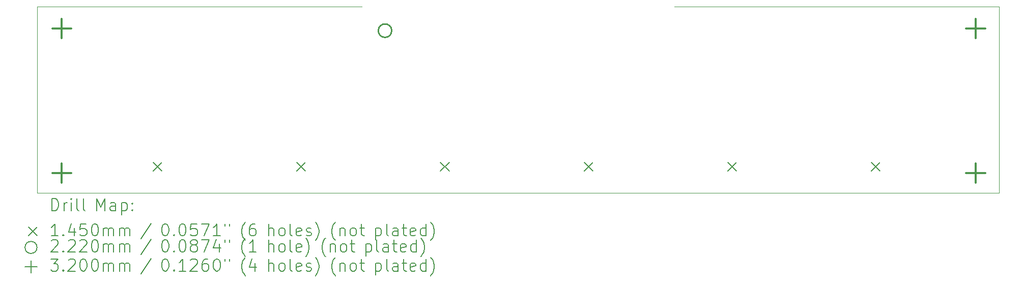
<source format=gbr>
%TF.GenerationSoftware,KiCad,Pcbnew,(7.0.0)*%
%TF.CreationDate,2023-07-13T11:56:27+02:00*%
%TF.ProjectId,RD53B_Quad_6DP_to_ERF8_Data_Adapter,52443533-425f-4517-9561-645f3644505f,V1*%
%TF.SameCoordinates,PX1767f18PY451e560*%
%TF.FileFunction,Drillmap*%
%TF.FilePolarity,Positive*%
%FSLAX45Y45*%
G04 Gerber Fmt 4.5, Leading zero omitted, Abs format (unit mm)*
G04 Created by KiCad (PCBNEW (7.0.0)) date 2023-07-13 11:56:27*
%MOMM*%
%LPD*%
G01*
G04 APERTURE LIST*
%ADD10C,0.010000*%
%ADD11C,0.200000*%
%ADD12C,0.145000*%
%ADD13C,0.222000*%
%ADD14C,0.320000*%
G04 APERTURE END LIST*
D10*
X-200Y3100500D02*
X-200Y500D01*
X15999800Y3100500D02*
X15999800Y500D01*
X10599800Y3100500D02*
X15999800Y3100500D01*
X5399800Y3100500D02*
X-200Y3100500D01*
X-200Y500D02*
X15999800Y500D01*
D11*
D12*
X1931300Y513000D02*
X2076300Y368000D01*
X2076300Y513000D02*
X1931300Y368000D01*
X4320900Y513100D02*
X4465900Y368100D01*
X4465900Y513100D02*
X4320900Y368100D01*
X6710900Y513000D02*
X6855900Y368000D01*
X6855900Y513000D02*
X6710900Y368000D01*
X9100700Y513000D02*
X9245700Y368000D01*
X9245700Y513000D02*
X9100700Y368000D01*
X11490500Y513000D02*
X11635500Y368000D01*
X11635500Y513000D02*
X11490500Y368000D01*
X13880300Y513000D02*
X14025300Y368000D01*
X14025300Y513000D02*
X13880300Y368000D01*
D13*
X5899800Y2700500D02*
G75*
G03*
X5899800Y2700500I-111000J0D01*
G01*
D14*
X411800Y2893500D02*
X411800Y2573500D01*
X251800Y2733500D02*
X571800Y2733500D01*
X411800Y493500D02*
X411800Y173500D01*
X251800Y333500D02*
X571800Y333500D01*
X15611800Y2893500D02*
X15611800Y2573500D01*
X15451800Y2733500D02*
X15771800Y2733500D01*
X15611800Y493500D02*
X15611800Y173500D01*
X15451800Y333500D02*
X15771800Y333500D01*
D11*
X246919Y-293476D02*
X246919Y-93476D01*
X246919Y-93476D02*
X294538Y-93476D01*
X294538Y-93476D02*
X323110Y-103000D01*
X323110Y-103000D02*
X342157Y-122048D01*
X342157Y-122048D02*
X351681Y-141095D01*
X351681Y-141095D02*
X361205Y-179190D01*
X361205Y-179190D02*
X361205Y-207762D01*
X361205Y-207762D02*
X351681Y-245857D01*
X351681Y-245857D02*
X342157Y-264905D01*
X342157Y-264905D02*
X323110Y-283952D01*
X323110Y-283952D02*
X294538Y-293476D01*
X294538Y-293476D02*
X246919Y-293476D01*
X446919Y-293476D02*
X446919Y-160143D01*
X446919Y-198238D02*
X456443Y-179190D01*
X456443Y-179190D02*
X465967Y-169667D01*
X465967Y-169667D02*
X485014Y-160143D01*
X485014Y-160143D02*
X504062Y-160143D01*
X570729Y-293476D02*
X570729Y-160143D01*
X570729Y-93476D02*
X561205Y-103000D01*
X561205Y-103000D02*
X570729Y-112524D01*
X570729Y-112524D02*
X580252Y-103000D01*
X580252Y-103000D02*
X570729Y-93476D01*
X570729Y-93476D02*
X570729Y-112524D01*
X694538Y-293476D02*
X675490Y-283952D01*
X675490Y-283952D02*
X665967Y-264905D01*
X665967Y-264905D02*
X665967Y-93476D01*
X799300Y-293476D02*
X780252Y-283952D01*
X780252Y-283952D02*
X770728Y-264905D01*
X770728Y-264905D02*
X770728Y-93476D01*
X995490Y-293476D02*
X995490Y-93476D01*
X995490Y-93476D02*
X1062157Y-236333D01*
X1062157Y-236333D02*
X1128824Y-93476D01*
X1128824Y-93476D02*
X1128824Y-293476D01*
X1309776Y-293476D02*
X1309776Y-188714D01*
X1309776Y-188714D02*
X1300252Y-169667D01*
X1300252Y-169667D02*
X1281205Y-160143D01*
X1281205Y-160143D02*
X1243109Y-160143D01*
X1243109Y-160143D02*
X1224062Y-169667D01*
X1309776Y-283952D02*
X1290729Y-293476D01*
X1290729Y-293476D02*
X1243109Y-293476D01*
X1243109Y-293476D02*
X1224062Y-283952D01*
X1224062Y-283952D02*
X1214538Y-264905D01*
X1214538Y-264905D02*
X1214538Y-245857D01*
X1214538Y-245857D02*
X1224062Y-226809D01*
X1224062Y-226809D02*
X1243109Y-217286D01*
X1243109Y-217286D02*
X1290729Y-217286D01*
X1290729Y-217286D02*
X1309776Y-207762D01*
X1405014Y-160143D02*
X1405014Y-360143D01*
X1405014Y-169667D02*
X1424062Y-160143D01*
X1424062Y-160143D02*
X1462157Y-160143D01*
X1462157Y-160143D02*
X1481205Y-169667D01*
X1481205Y-169667D02*
X1490728Y-179190D01*
X1490728Y-179190D02*
X1500252Y-198238D01*
X1500252Y-198238D02*
X1500252Y-255381D01*
X1500252Y-255381D02*
X1490728Y-274429D01*
X1490728Y-274429D02*
X1481205Y-283952D01*
X1481205Y-283952D02*
X1462157Y-293476D01*
X1462157Y-293476D02*
X1424062Y-293476D01*
X1424062Y-293476D02*
X1405014Y-283952D01*
X1585967Y-274429D02*
X1595490Y-283952D01*
X1595490Y-283952D02*
X1585967Y-293476D01*
X1585967Y-293476D02*
X1576443Y-283952D01*
X1576443Y-283952D02*
X1585967Y-274429D01*
X1585967Y-274429D02*
X1585967Y-293476D01*
X1585967Y-169667D02*
X1595490Y-179190D01*
X1595490Y-179190D02*
X1585967Y-188714D01*
X1585967Y-188714D02*
X1576443Y-179190D01*
X1576443Y-179190D02*
X1585967Y-169667D01*
X1585967Y-169667D02*
X1585967Y-188714D01*
D12*
X-145700Y-567500D02*
X-700Y-712500D01*
X-700Y-567500D02*
X-145700Y-712500D01*
D11*
X351681Y-713476D02*
X237395Y-713476D01*
X294538Y-713476D02*
X294538Y-513476D01*
X294538Y-513476D02*
X275490Y-542048D01*
X275490Y-542048D02*
X256443Y-561095D01*
X256443Y-561095D02*
X237395Y-570619D01*
X437395Y-694429D02*
X446919Y-703952D01*
X446919Y-703952D02*
X437395Y-713476D01*
X437395Y-713476D02*
X427871Y-703952D01*
X427871Y-703952D02*
X437395Y-694429D01*
X437395Y-694429D02*
X437395Y-713476D01*
X618348Y-580143D02*
X618348Y-713476D01*
X570729Y-503952D02*
X523109Y-646810D01*
X523109Y-646810D02*
X646919Y-646810D01*
X818348Y-513476D02*
X723109Y-513476D01*
X723109Y-513476D02*
X713586Y-608714D01*
X713586Y-608714D02*
X723109Y-599190D01*
X723109Y-599190D02*
X742157Y-589667D01*
X742157Y-589667D02*
X789776Y-589667D01*
X789776Y-589667D02*
X808824Y-599190D01*
X808824Y-599190D02*
X818348Y-608714D01*
X818348Y-608714D02*
X827871Y-627762D01*
X827871Y-627762D02*
X827871Y-675381D01*
X827871Y-675381D02*
X818348Y-694429D01*
X818348Y-694429D02*
X808824Y-703952D01*
X808824Y-703952D02*
X789776Y-713476D01*
X789776Y-713476D02*
X742157Y-713476D01*
X742157Y-713476D02*
X723109Y-703952D01*
X723109Y-703952D02*
X713586Y-694429D01*
X951681Y-513476D02*
X970729Y-513476D01*
X970729Y-513476D02*
X989776Y-523000D01*
X989776Y-523000D02*
X999300Y-532524D01*
X999300Y-532524D02*
X1008824Y-551571D01*
X1008824Y-551571D02*
X1018348Y-589667D01*
X1018348Y-589667D02*
X1018348Y-637286D01*
X1018348Y-637286D02*
X1008824Y-675381D01*
X1008824Y-675381D02*
X999300Y-694429D01*
X999300Y-694429D02*
X989776Y-703952D01*
X989776Y-703952D02*
X970729Y-713476D01*
X970729Y-713476D02*
X951681Y-713476D01*
X951681Y-713476D02*
X932633Y-703952D01*
X932633Y-703952D02*
X923109Y-694429D01*
X923109Y-694429D02*
X913586Y-675381D01*
X913586Y-675381D02*
X904062Y-637286D01*
X904062Y-637286D02*
X904062Y-589667D01*
X904062Y-589667D02*
X913586Y-551571D01*
X913586Y-551571D02*
X923109Y-532524D01*
X923109Y-532524D02*
X932633Y-523000D01*
X932633Y-523000D02*
X951681Y-513476D01*
X1104062Y-713476D02*
X1104062Y-580143D01*
X1104062Y-599190D02*
X1113586Y-589667D01*
X1113586Y-589667D02*
X1132633Y-580143D01*
X1132633Y-580143D02*
X1161205Y-580143D01*
X1161205Y-580143D02*
X1180252Y-589667D01*
X1180252Y-589667D02*
X1189776Y-608714D01*
X1189776Y-608714D02*
X1189776Y-713476D01*
X1189776Y-608714D02*
X1199300Y-589667D01*
X1199300Y-589667D02*
X1218348Y-580143D01*
X1218348Y-580143D02*
X1246919Y-580143D01*
X1246919Y-580143D02*
X1265967Y-589667D01*
X1265967Y-589667D02*
X1275491Y-608714D01*
X1275491Y-608714D02*
X1275491Y-713476D01*
X1370729Y-713476D02*
X1370729Y-580143D01*
X1370729Y-599190D02*
X1380252Y-589667D01*
X1380252Y-589667D02*
X1399300Y-580143D01*
X1399300Y-580143D02*
X1427871Y-580143D01*
X1427871Y-580143D02*
X1446919Y-589667D01*
X1446919Y-589667D02*
X1456443Y-608714D01*
X1456443Y-608714D02*
X1456443Y-713476D01*
X1456443Y-608714D02*
X1465967Y-589667D01*
X1465967Y-589667D02*
X1485014Y-580143D01*
X1485014Y-580143D02*
X1513586Y-580143D01*
X1513586Y-580143D02*
X1532633Y-589667D01*
X1532633Y-589667D02*
X1542157Y-608714D01*
X1542157Y-608714D02*
X1542157Y-713476D01*
X1900252Y-503952D02*
X1728824Y-761095D01*
X2125014Y-513476D02*
X2144062Y-513476D01*
X2144062Y-513476D02*
X2163110Y-523000D01*
X2163110Y-523000D02*
X2172633Y-532524D01*
X2172633Y-532524D02*
X2182157Y-551571D01*
X2182157Y-551571D02*
X2191681Y-589667D01*
X2191681Y-589667D02*
X2191681Y-637286D01*
X2191681Y-637286D02*
X2182157Y-675381D01*
X2182157Y-675381D02*
X2172633Y-694429D01*
X2172633Y-694429D02*
X2163110Y-703952D01*
X2163110Y-703952D02*
X2144062Y-713476D01*
X2144062Y-713476D02*
X2125014Y-713476D01*
X2125014Y-713476D02*
X2105967Y-703952D01*
X2105967Y-703952D02*
X2096443Y-694429D01*
X2096443Y-694429D02*
X2086919Y-675381D01*
X2086919Y-675381D02*
X2077395Y-637286D01*
X2077395Y-637286D02*
X2077395Y-589667D01*
X2077395Y-589667D02*
X2086919Y-551571D01*
X2086919Y-551571D02*
X2096443Y-532524D01*
X2096443Y-532524D02*
X2105967Y-523000D01*
X2105967Y-523000D02*
X2125014Y-513476D01*
X2277395Y-694429D02*
X2286919Y-703952D01*
X2286919Y-703952D02*
X2277395Y-713476D01*
X2277395Y-713476D02*
X2267872Y-703952D01*
X2267872Y-703952D02*
X2277395Y-694429D01*
X2277395Y-694429D02*
X2277395Y-713476D01*
X2410729Y-513476D02*
X2429776Y-513476D01*
X2429776Y-513476D02*
X2448824Y-523000D01*
X2448824Y-523000D02*
X2458348Y-532524D01*
X2458348Y-532524D02*
X2467872Y-551571D01*
X2467872Y-551571D02*
X2477395Y-589667D01*
X2477395Y-589667D02*
X2477395Y-637286D01*
X2477395Y-637286D02*
X2467872Y-675381D01*
X2467872Y-675381D02*
X2458348Y-694429D01*
X2458348Y-694429D02*
X2448824Y-703952D01*
X2448824Y-703952D02*
X2429776Y-713476D01*
X2429776Y-713476D02*
X2410729Y-713476D01*
X2410729Y-713476D02*
X2391681Y-703952D01*
X2391681Y-703952D02*
X2382157Y-694429D01*
X2382157Y-694429D02*
X2372633Y-675381D01*
X2372633Y-675381D02*
X2363110Y-637286D01*
X2363110Y-637286D02*
X2363110Y-589667D01*
X2363110Y-589667D02*
X2372633Y-551571D01*
X2372633Y-551571D02*
X2382157Y-532524D01*
X2382157Y-532524D02*
X2391681Y-523000D01*
X2391681Y-523000D02*
X2410729Y-513476D01*
X2658348Y-513476D02*
X2563110Y-513476D01*
X2563110Y-513476D02*
X2553586Y-608714D01*
X2553586Y-608714D02*
X2563110Y-599190D01*
X2563110Y-599190D02*
X2582157Y-589667D01*
X2582157Y-589667D02*
X2629776Y-589667D01*
X2629776Y-589667D02*
X2648824Y-599190D01*
X2648824Y-599190D02*
X2658348Y-608714D01*
X2658348Y-608714D02*
X2667872Y-627762D01*
X2667872Y-627762D02*
X2667872Y-675381D01*
X2667872Y-675381D02*
X2658348Y-694429D01*
X2658348Y-694429D02*
X2648824Y-703952D01*
X2648824Y-703952D02*
X2629776Y-713476D01*
X2629776Y-713476D02*
X2582157Y-713476D01*
X2582157Y-713476D02*
X2563110Y-703952D01*
X2563110Y-703952D02*
X2553586Y-694429D01*
X2734538Y-513476D02*
X2867871Y-513476D01*
X2867871Y-513476D02*
X2782157Y-713476D01*
X3048824Y-713476D02*
X2934538Y-713476D01*
X2991681Y-713476D02*
X2991681Y-513476D01*
X2991681Y-513476D02*
X2972633Y-542048D01*
X2972633Y-542048D02*
X2953586Y-561095D01*
X2953586Y-561095D02*
X2934538Y-570619D01*
X3125014Y-513476D02*
X3125014Y-551571D01*
X3201205Y-513476D02*
X3201205Y-551571D01*
X3464062Y-789667D02*
X3454538Y-780143D01*
X3454538Y-780143D02*
X3435491Y-751571D01*
X3435491Y-751571D02*
X3425967Y-732524D01*
X3425967Y-732524D02*
X3416443Y-703952D01*
X3416443Y-703952D02*
X3406919Y-656333D01*
X3406919Y-656333D02*
X3406919Y-618238D01*
X3406919Y-618238D02*
X3416443Y-570619D01*
X3416443Y-570619D02*
X3425967Y-542048D01*
X3425967Y-542048D02*
X3435491Y-523000D01*
X3435491Y-523000D02*
X3454538Y-494428D01*
X3454538Y-494428D02*
X3464062Y-484905D01*
X3625967Y-513476D02*
X3587871Y-513476D01*
X3587871Y-513476D02*
X3568824Y-523000D01*
X3568824Y-523000D02*
X3559300Y-532524D01*
X3559300Y-532524D02*
X3540252Y-561095D01*
X3540252Y-561095D02*
X3530729Y-599190D01*
X3530729Y-599190D02*
X3530729Y-675381D01*
X3530729Y-675381D02*
X3540252Y-694429D01*
X3540252Y-694429D02*
X3549776Y-703952D01*
X3549776Y-703952D02*
X3568824Y-713476D01*
X3568824Y-713476D02*
X3606919Y-713476D01*
X3606919Y-713476D02*
X3625967Y-703952D01*
X3625967Y-703952D02*
X3635491Y-694429D01*
X3635491Y-694429D02*
X3645014Y-675381D01*
X3645014Y-675381D02*
X3645014Y-627762D01*
X3645014Y-627762D02*
X3635491Y-608714D01*
X3635491Y-608714D02*
X3625967Y-599190D01*
X3625967Y-599190D02*
X3606919Y-589667D01*
X3606919Y-589667D02*
X3568824Y-589667D01*
X3568824Y-589667D02*
X3549776Y-599190D01*
X3549776Y-599190D02*
X3540252Y-608714D01*
X3540252Y-608714D02*
X3530729Y-627762D01*
X3850729Y-713476D02*
X3850729Y-513476D01*
X3936443Y-713476D02*
X3936443Y-608714D01*
X3936443Y-608714D02*
X3926919Y-589667D01*
X3926919Y-589667D02*
X3907872Y-580143D01*
X3907872Y-580143D02*
X3879300Y-580143D01*
X3879300Y-580143D02*
X3860252Y-589667D01*
X3860252Y-589667D02*
X3850729Y-599190D01*
X4060252Y-713476D02*
X4041205Y-703952D01*
X4041205Y-703952D02*
X4031681Y-694429D01*
X4031681Y-694429D02*
X4022157Y-675381D01*
X4022157Y-675381D02*
X4022157Y-618238D01*
X4022157Y-618238D02*
X4031681Y-599190D01*
X4031681Y-599190D02*
X4041205Y-589667D01*
X4041205Y-589667D02*
X4060252Y-580143D01*
X4060252Y-580143D02*
X4088824Y-580143D01*
X4088824Y-580143D02*
X4107872Y-589667D01*
X4107872Y-589667D02*
X4117395Y-599190D01*
X4117395Y-599190D02*
X4126919Y-618238D01*
X4126919Y-618238D02*
X4126919Y-675381D01*
X4126919Y-675381D02*
X4117395Y-694429D01*
X4117395Y-694429D02*
X4107872Y-703952D01*
X4107872Y-703952D02*
X4088824Y-713476D01*
X4088824Y-713476D02*
X4060252Y-713476D01*
X4241205Y-713476D02*
X4222157Y-703952D01*
X4222157Y-703952D02*
X4212634Y-684905D01*
X4212634Y-684905D02*
X4212634Y-513476D01*
X4393586Y-703952D02*
X4374538Y-713476D01*
X4374538Y-713476D02*
X4336443Y-713476D01*
X4336443Y-713476D02*
X4317395Y-703952D01*
X4317395Y-703952D02*
X4307872Y-684905D01*
X4307872Y-684905D02*
X4307872Y-608714D01*
X4307872Y-608714D02*
X4317395Y-589667D01*
X4317395Y-589667D02*
X4336443Y-580143D01*
X4336443Y-580143D02*
X4374538Y-580143D01*
X4374538Y-580143D02*
X4393586Y-589667D01*
X4393586Y-589667D02*
X4403110Y-608714D01*
X4403110Y-608714D02*
X4403110Y-627762D01*
X4403110Y-627762D02*
X4307872Y-646810D01*
X4479300Y-703952D02*
X4498348Y-713476D01*
X4498348Y-713476D02*
X4536443Y-713476D01*
X4536443Y-713476D02*
X4555491Y-703952D01*
X4555491Y-703952D02*
X4565015Y-684905D01*
X4565015Y-684905D02*
X4565015Y-675381D01*
X4565015Y-675381D02*
X4555491Y-656333D01*
X4555491Y-656333D02*
X4536443Y-646810D01*
X4536443Y-646810D02*
X4507872Y-646810D01*
X4507872Y-646810D02*
X4488824Y-637286D01*
X4488824Y-637286D02*
X4479300Y-618238D01*
X4479300Y-618238D02*
X4479300Y-608714D01*
X4479300Y-608714D02*
X4488824Y-589667D01*
X4488824Y-589667D02*
X4507872Y-580143D01*
X4507872Y-580143D02*
X4536443Y-580143D01*
X4536443Y-580143D02*
X4555491Y-589667D01*
X4631681Y-789667D02*
X4641205Y-780143D01*
X4641205Y-780143D02*
X4660253Y-751571D01*
X4660253Y-751571D02*
X4669776Y-732524D01*
X4669776Y-732524D02*
X4679300Y-703952D01*
X4679300Y-703952D02*
X4688824Y-656333D01*
X4688824Y-656333D02*
X4688824Y-618238D01*
X4688824Y-618238D02*
X4679300Y-570619D01*
X4679300Y-570619D02*
X4669776Y-542048D01*
X4669776Y-542048D02*
X4660253Y-523000D01*
X4660253Y-523000D02*
X4641205Y-494428D01*
X4641205Y-494428D02*
X4631681Y-484905D01*
X4961205Y-789667D02*
X4951681Y-780143D01*
X4951681Y-780143D02*
X4932634Y-751571D01*
X4932634Y-751571D02*
X4923110Y-732524D01*
X4923110Y-732524D02*
X4913586Y-703952D01*
X4913586Y-703952D02*
X4904062Y-656333D01*
X4904062Y-656333D02*
X4904062Y-618238D01*
X4904062Y-618238D02*
X4913586Y-570619D01*
X4913586Y-570619D02*
X4923110Y-542048D01*
X4923110Y-542048D02*
X4932634Y-523000D01*
X4932634Y-523000D02*
X4951681Y-494428D01*
X4951681Y-494428D02*
X4961205Y-484905D01*
X5037395Y-580143D02*
X5037395Y-713476D01*
X5037395Y-599190D02*
X5046919Y-589667D01*
X5046919Y-589667D02*
X5065967Y-580143D01*
X5065967Y-580143D02*
X5094538Y-580143D01*
X5094538Y-580143D02*
X5113586Y-589667D01*
X5113586Y-589667D02*
X5123110Y-608714D01*
X5123110Y-608714D02*
X5123110Y-713476D01*
X5246919Y-713476D02*
X5227872Y-703952D01*
X5227872Y-703952D02*
X5218348Y-694429D01*
X5218348Y-694429D02*
X5208824Y-675381D01*
X5208824Y-675381D02*
X5208824Y-618238D01*
X5208824Y-618238D02*
X5218348Y-599190D01*
X5218348Y-599190D02*
X5227872Y-589667D01*
X5227872Y-589667D02*
X5246919Y-580143D01*
X5246919Y-580143D02*
X5275491Y-580143D01*
X5275491Y-580143D02*
X5294538Y-589667D01*
X5294538Y-589667D02*
X5304062Y-599190D01*
X5304062Y-599190D02*
X5313586Y-618238D01*
X5313586Y-618238D02*
X5313586Y-675381D01*
X5313586Y-675381D02*
X5304062Y-694429D01*
X5304062Y-694429D02*
X5294538Y-703952D01*
X5294538Y-703952D02*
X5275491Y-713476D01*
X5275491Y-713476D02*
X5246919Y-713476D01*
X5370729Y-580143D02*
X5446919Y-580143D01*
X5399300Y-513476D02*
X5399300Y-684905D01*
X5399300Y-684905D02*
X5408824Y-703952D01*
X5408824Y-703952D02*
X5427872Y-713476D01*
X5427872Y-713476D02*
X5446919Y-713476D01*
X5633586Y-580143D02*
X5633586Y-780143D01*
X5633586Y-589667D02*
X5652633Y-580143D01*
X5652633Y-580143D02*
X5690729Y-580143D01*
X5690729Y-580143D02*
X5709776Y-589667D01*
X5709776Y-589667D02*
X5719300Y-599190D01*
X5719300Y-599190D02*
X5728824Y-618238D01*
X5728824Y-618238D02*
X5728824Y-675381D01*
X5728824Y-675381D02*
X5719300Y-694429D01*
X5719300Y-694429D02*
X5709776Y-703952D01*
X5709776Y-703952D02*
X5690729Y-713476D01*
X5690729Y-713476D02*
X5652633Y-713476D01*
X5652633Y-713476D02*
X5633586Y-703952D01*
X5843110Y-713476D02*
X5824062Y-703952D01*
X5824062Y-703952D02*
X5814538Y-684905D01*
X5814538Y-684905D02*
X5814538Y-513476D01*
X6005014Y-713476D02*
X6005014Y-608714D01*
X6005014Y-608714D02*
X5995491Y-589667D01*
X5995491Y-589667D02*
X5976443Y-580143D01*
X5976443Y-580143D02*
X5938348Y-580143D01*
X5938348Y-580143D02*
X5919300Y-589667D01*
X6005014Y-703952D02*
X5985967Y-713476D01*
X5985967Y-713476D02*
X5938348Y-713476D01*
X5938348Y-713476D02*
X5919300Y-703952D01*
X5919300Y-703952D02*
X5909776Y-684905D01*
X5909776Y-684905D02*
X5909776Y-665857D01*
X5909776Y-665857D02*
X5919300Y-646810D01*
X5919300Y-646810D02*
X5938348Y-637286D01*
X5938348Y-637286D02*
X5985967Y-637286D01*
X5985967Y-637286D02*
X6005014Y-627762D01*
X6071681Y-580143D02*
X6147872Y-580143D01*
X6100253Y-513476D02*
X6100253Y-684905D01*
X6100253Y-684905D02*
X6109776Y-703952D01*
X6109776Y-703952D02*
X6128824Y-713476D01*
X6128824Y-713476D02*
X6147872Y-713476D01*
X6290729Y-703952D02*
X6271681Y-713476D01*
X6271681Y-713476D02*
X6233586Y-713476D01*
X6233586Y-713476D02*
X6214538Y-703952D01*
X6214538Y-703952D02*
X6205014Y-684905D01*
X6205014Y-684905D02*
X6205014Y-608714D01*
X6205014Y-608714D02*
X6214538Y-589667D01*
X6214538Y-589667D02*
X6233586Y-580143D01*
X6233586Y-580143D02*
X6271681Y-580143D01*
X6271681Y-580143D02*
X6290729Y-589667D01*
X6290729Y-589667D02*
X6300253Y-608714D01*
X6300253Y-608714D02*
X6300253Y-627762D01*
X6300253Y-627762D02*
X6205014Y-646810D01*
X6471681Y-713476D02*
X6471681Y-513476D01*
X6471681Y-703952D02*
X6452634Y-713476D01*
X6452634Y-713476D02*
X6414538Y-713476D01*
X6414538Y-713476D02*
X6395491Y-703952D01*
X6395491Y-703952D02*
X6385967Y-694429D01*
X6385967Y-694429D02*
X6376443Y-675381D01*
X6376443Y-675381D02*
X6376443Y-618238D01*
X6376443Y-618238D02*
X6385967Y-599190D01*
X6385967Y-599190D02*
X6395491Y-589667D01*
X6395491Y-589667D02*
X6414538Y-580143D01*
X6414538Y-580143D02*
X6452634Y-580143D01*
X6452634Y-580143D02*
X6471681Y-589667D01*
X6547872Y-789667D02*
X6557395Y-780143D01*
X6557395Y-780143D02*
X6576443Y-751571D01*
X6576443Y-751571D02*
X6585967Y-732524D01*
X6585967Y-732524D02*
X6595491Y-703952D01*
X6595491Y-703952D02*
X6605014Y-656333D01*
X6605014Y-656333D02*
X6605014Y-618238D01*
X6605014Y-618238D02*
X6595491Y-570619D01*
X6595491Y-570619D02*
X6585967Y-542048D01*
X6585967Y-542048D02*
X6576443Y-523000D01*
X6576443Y-523000D02*
X6557395Y-494428D01*
X6557395Y-494428D02*
X6547872Y-484905D01*
X-700Y-905000D02*
G75*
G03*
X-700Y-905000I-100000J0D01*
G01*
X237395Y-797524D02*
X246919Y-788000D01*
X246919Y-788000D02*
X265967Y-778476D01*
X265967Y-778476D02*
X313586Y-778476D01*
X313586Y-778476D02*
X332633Y-788000D01*
X332633Y-788000D02*
X342157Y-797524D01*
X342157Y-797524D02*
X351681Y-816571D01*
X351681Y-816571D02*
X351681Y-835619D01*
X351681Y-835619D02*
X342157Y-864190D01*
X342157Y-864190D02*
X227871Y-978476D01*
X227871Y-978476D02*
X351681Y-978476D01*
X437395Y-959428D02*
X446919Y-968952D01*
X446919Y-968952D02*
X437395Y-978476D01*
X437395Y-978476D02*
X427871Y-968952D01*
X427871Y-968952D02*
X437395Y-959428D01*
X437395Y-959428D02*
X437395Y-978476D01*
X523109Y-797524D02*
X532633Y-788000D01*
X532633Y-788000D02*
X551681Y-778476D01*
X551681Y-778476D02*
X599300Y-778476D01*
X599300Y-778476D02*
X618348Y-788000D01*
X618348Y-788000D02*
X627871Y-797524D01*
X627871Y-797524D02*
X637395Y-816571D01*
X637395Y-816571D02*
X637395Y-835619D01*
X637395Y-835619D02*
X627871Y-864190D01*
X627871Y-864190D02*
X513586Y-978476D01*
X513586Y-978476D02*
X637395Y-978476D01*
X713586Y-797524D02*
X723109Y-788000D01*
X723109Y-788000D02*
X742157Y-778476D01*
X742157Y-778476D02*
X789776Y-778476D01*
X789776Y-778476D02*
X808824Y-788000D01*
X808824Y-788000D02*
X818348Y-797524D01*
X818348Y-797524D02*
X827871Y-816571D01*
X827871Y-816571D02*
X827871Y-835619D01*
X827871Y-835619D02*
X818348Y-864190D01*
X818348Y-864190D02*
X704062Y-978476D01*
X704062Y-978476D02*
X827871Y-978476D01*
X951681Y-778476D02*
X970729Y-778476D01*
X970729Y-778476D02*
X989776Y-788000D01*
X989776Y-788000D02*
X999300Y-797524D01*
X999300Y-797524D02*
X1008824Y-816571D01*
X1008824Y-816571D02*
X1018348Y-854667D01*
X1018348Y-854667D02*
X1018348Y-902286D01*
X1018348Y-902286D02*
X1008824Y-940381D01*
X1008824Y-940381D02*
X999300Y-959428D01*
X999300Y-959428D02*
X989776Y-968952D01*
X989776Y-968952D02*
X970729Y-978476D01*
X970729Y-978476D02*
X951681Y-978476D01*
X951681Y-978476D02*
X932633Y-968952D01*
X932633Y-968952D02*
X923109Y-959428D01*
X923109Y-959428D02*
X913586Y-940381D01*
X913586Y-940381D02*
X904062Y-902286D01*
X904062Y-902286D02*
X904062Y-854667D01*
X904062Y-854667D02*
X913586Y-816571D01*
X913586Y-816571D02*
X923109Y-797524D01*
X923109Y-797524D02*
X932633Y-788000D01*
X932633Y-788000D02*
X951681Y-778476D01*
X1104062Y-978476D02*
X1104062Y-845143D01*
X1104062Y-864190D02*
X1113586Y-854667D01*
X1113586Y-854667D02*
X1132633Y-845143D01*
X1132633Y-845143D02*
X1161205Y-845143D01*
X1161205Y-845143D02*
X1180252Y-854667D01*
X1180252Y-854667D02*
X1189776Y-873714D01*
X1189776Y-873714D02*
X1189776Y-978476D01*
X1189776Y-873714D02*
X1199300Y-854667D01*
X1199300Y-854667D02*
X1218348Y-845143D01*
X1218348Y-845143D02*
X1246919Y-845143D01*
X1246919Y-845143D02*
X1265967Y-854667D01*
X1265967Y-854667D02*
X1275491Y-873714D01*
X1275491Y-873714D02*
X1275491Y-978476D01*
X1370729Y-978476D02*
X1370729Y-845143D01*
X1370729Y-864190D02*
X1380252Y-854667D01*
X1380252Y-854667D02*
X1399300Y-845143D01*
X1399300Y-845143D02*
X1427871Y-845143D01*
X1427871Y-845143D02*
X1446919Y-854667D01*
X1446919Y-854667D02*
X1456443Y-873714D01*
X1456443Y-873714D02*
X1456443Y-978476D01*
X1456443Y-873714D02*
X1465967Y-854667D01*
X1465967Y-854667D02*
X1485014Y-845143D01*
X1485014Y-845143D02*
X1513586Y-845143D01*
X1513586Y-845143D02*
X1532633Y-854667D01*
X1532633Y-854667D02*
X1542157Y-873714D01*
X1542157Y-873714D02*
X1542157Y-978476D01*
X1900252Y-768952D02*
X1728824Y-1026095D01*
X2125014Y-778476D02*
X2144062Y-778476D01*
X2144062Y-778476D02*
X2163110Y-788000D01*
X2163110Y-788000D02*
X2172633Y-797524D01*
X2172633Y-797524D02*
X2182157Y-816571D01*
X2182157Y-816571D02*
X2191681Y-854667D01*
X2191681Y-854667D02*
X2191681Y-902286D01*
X2191681Y-902286D02*
X2182157Y-940381D01*
X2182157Y-940381D02*
X2172633Y-959428D01*
X2172633Y-959428D02*
X2163110Y-968952D01*
X2163110Y-968952D02*
X2144062Y-978476D01*
X2144062Y-978476D02*
X2125014Y-978476D01*
X2125014Y-978476D02*
X2105967Y-968952D01*
X2105967Y-968952D02*
X2096443Y-959428D01*
X2096443Y-959428D02*
X2086919Y-940381D01*
X2086919Y-940381D02*
X2077395Y-902286D01*
X2077395Y-902286D02*
X2077395Y-854667D01*
X2077395Y-854667D02*
X2086919Y-816571D01*
X2086919Y-816571D02*
X2096443Y-797524D01*
X2096443Y-797524D02*
X2105967Y-788000D01*
X2105967Y-788000D02*
X2125014Y-778476D01*
X2277395Y-959428D02*
X2286919Y-968952D01*
X2286919Y-968952D02*
X2277395Y-978476D01*
X2277395Y-978476D02*
X2267872Y-968952D01*
X2267872Y-968952D02*
X2277395Y-959428D01*
X2277395Y-959428D02*
X2277395Y-978476D01*
X2410729Y-778476D02*
X2429776Y-778476D01*
X2429776Y-778476D02*
X2448824Y-788000D01*
X2448824Y-788000D02*
X2458348Y-797524D01*
X2458348Y-797524D02*
X2467872Y-816571D01*
X2467872Y-816571D02*
X2477395Y-854667D01*
X2477395Y-854667D02*
X2477395Y-902286D01*
X2477395Y-902286D02*
X2467872Y-940381D01*
X2467872Y-940381D02*
X2458348Y-959428D01*
X2458348Y-959428D02*
X2448824Y-968952D01*
X2448824Y-968952D02*
X2429776Y-978476D01*
X2429776Y-978476D02*
X2410729Y-978476D01*
X2410729Y-978476D02*
X2391681Y-968952D01*
X2391681Y-968952D02*
X2382157Y-959428D01*
X2382157Y-959428D02*
X2372633Y-940381D01*
X2372633Y-940381D02*
X2363110Y-902286D01*
X2363110Y-902286D02*
X2363110Y-854667D01*
X2363110Y-854667D02*
X2372633Y-816571D01*
X2372633Y-816571D02*
X2382157Y-797524D01*
X2382157Y-797524D02*
X2391681Y-788000D01*
X2391681Y-788000D02*
X2410729Y-778476D01*
X2591681Y-864190D02*
X2572633Y-854667D01*
X2572633Y-854667D02*
X2563110Y-845143D01*
X2563110Y-845143D02*
X2553586Y-826095D01*
X2553586Y-826095D02*
X2553586Y-816571D01*
X2553586Y-816571D02*
X2563110Y-797524D01*
X2563110Y-797524D02*
X2572633Y-788000D01*
X2572633Y-788000D02*
X2591681Y-778476D01*
X2591681Y-778476D02*
X2629776Y-778476D01*
X2629776Y-778476D02*
X2648824Y-788000D01*
X2648824Y-788000D02*
X2658348Y-797524D01*
X2658348Y-797524D02*
X2667872Y-816571D01*
X2667872Y-816571D02*
X2667872Y-826095D01*
X2667872Y-826095D02*
X2658348Y-845143D01*
X2658348Y-845143D02*
X2648824Y-854667D01*
X2648824Y-854667D02*
X2629776Y-864190D01*
X2629776Y-864190D02*
X2591681Y-864190D01*
X2591681Y-864190D02*
X2572633Y-873714D01*
X2572633Y-873714D02*
X2563110Y-883238D01*
X2563110Y-883238D02*
X2553586Y-902286D01*
X2553586Y-902286D02*
X2553586Y-940381D01*
X2553586Y-940381D02*
X2563110Y-959428D01*
X2563110Y-959428D02*
X2572633Y-968952D01*
X2572633Y-968952D02*
X2591681Y-978476D01*
X2591681Y-978476D02*
X2629776Y-978476D01*
X2629776Y-978476D02*
X2648824Y-968952D01*
X2648824Y-968952D02*
X2658348Y-959428D01*
X2658348Y-959428D02*
X2667872Y-940381D01*
X2667872Y-940381D02*
X2667872Y-902286D01*
X2667872Y-902286D02*
X2658348Y-883238D01*
X2658348Y-883238D02*
X2648824Y-873714D01*
X2648824Y-873714D02*
X2629776Y-864190D01*
X2734538Y-778476D02*
X2867871Y-778476D01*
X2867871Y-778476D02*
X2782157Y-978476D01*
X3029776Y-845143D02*
X3029776Y-978476D01*
X2982157Y-768952D02*
X2934538Y-911809D01*
X2934538Y-911809D02*
X3058348Y-911809D01*
X3125014Y-778476D02*
X3125014Y-816571D01*
X3201205Y-778476D02*
X3201205Y-816571D01*
X3464062Y-1054667D02*
X3454538Y-1045143D01*
X3454538Y-1045143D02*
X3435491Y-1016571D01*
X3435491Y-1016571D02*
X3425967Y-997524D01*
X3425967Y-997524D02*
X3416443Y-968952D01*
X3416443Y-968952D02*
X3406919Y-921333D01*
X3406919Y-921333D02*
X3406919Y-883238D01*
X3406919Y-883238D02*
X3416443Y-835619D01*
X3416443Y-835619D02*
X3425967Y-807048D01*
X3425967Y-807048D02*
X3435491Y-788000D01*
X3435491Y-788000D02*
X3454538Y-759428D01*
X3454538Y-759428D02*
X3464062Y-749905D01*
X3645014Y-978476D02*
X3530729Y-978476D01*
X3587871Y-978476D02*
X3587871Y-778476D01*
X3587871Y-778476D02*
X3568824Y-807048D01*
X3568824Y-807048D02*
X3549776Y-826095D01*
X3549776Y-826095D02*
X3530729Y-835619D01*
X3850729Y-978476D02*
X3850729Y-778476D01*
X3936443Y-978476D02*
X3936443Y-873714D01*
X3936443Y-873714D02*
X3926919Y-854667D01*
X3926919Y-854667D02*
X3907872Y-845143D01*
X3907872Y-845143D02*
X3879300Y-845143D01*
X3879300Y-845143D02*
X3860252Y-854667D01*
X3860252Y-854667D02*
X3850729Y-864190D01*
X4060252Y-978476D02*
X4041205Y-968952D01*
X4041205Y-968952D02*
X4031681Y-959428D01*
X4031681Y-959428D02*
X4022157Y-940381D01*
X4022157Y-940381D02*
X4022157Y-883238D01*
X4022157Y-883238D02*
X4031681Y-864190D01*
X4031681Y-864190D02*
X4041205Y-854667D01*
X4041205Y-854667D02*
X4060252Y-845143D01*
X4060252Y-845143D02*
X4088824Y-845143D01*
X4088824Y-845143D02*
X4107872Y-854667D01*
X4107872Y-854667D02*
X4117395Y-864190D01*
X4117395Y-864190D02*
X4126919Y-883238D01*
X4126919Y-883238D02*
X4126919Y-940381D01*
X4126919Y-940381D02*
X4117395Y-959428D01*
X4117395Y-959428D02*
X4107872Y-968952D01*
X4107872Y-968952D02*
X4088824Y-978476D01*
X4088824Y-978476D02*
X4060252Y-978476D01*
X4241205Y-978476D02*
X4222157Y-968952D01*
X4222157Y-968952D02*
X4212634Y-949905D01*
X4212634Y-949905D02*
X4212634Y-778476D01*
X4393586Y-968952D02*
X4374538Y-978476D01*
X4374538Y-978476D02*
X4336443Y-978476D01*
X4336443Y-978476D02*
X4317395Y-968952D01*
X4317395Y-968952D02*
X4307872Y-949905D01*
X4307872Y-949905D02*
X4307872Y-873714D01*
X4307872Y-873714D02*
X4317395Y-854667D01*
X4317395Y-854667D02*
X4336443Y-845143D01*
X4336443Y-845143D02*
X4374538Y-845143D01*
X4374538Y-845143D02*
X4393586Y-854667D01*
X4393586Y-854667D02*
X4403110Y-873714D01*
X4403110Y-873714D02*
X4403110Y-892762D01*
X4403110Y-892762D02*
X4307872Y-911809D01*
X4469776Y-1054667D02*
X4479300Y-1045143D01*
X4479300Y-1045143D02*
X4498348Y-1016571D01*
X4498348Y-1016571D02*
X4507872Y-997524D01*
X4507872Y-997524D02*
X4517395Y-968952D01*
X4517395Y-968952D02*
X4526919Y-921333D01*
X4526919Y-921333D02*
X4526919Y-883238D01*
X4526919Y-883238D02*
X4517395Y-835619D01*
X4517395Y-835619D02*
X4507872Y-807048D01*
X4507872Y-807048D02*
X4498348Y-788000D01*
X4498348Y-788000D02*
X4479300Y-759428D01*
X4479300Y-759428D02*
X4469776Y-749905D01*
X4799300Y-1054667D02*
X4789776Y-1045143D01*
X4789776Y-1045143D02*
X4770729Y-1016571D01*
X4770729Y-1016571D02*
X4761205Y-997524D01*
X4761205Y-997524D02*
X4751681Y-968952D01*
X4751681Y-968952D02*
X4742157Y-921333D01*
X4742157Y-921333D02*
X4742157Y-883238D01*
X4742157Y-883238D02*
X4751681Y-835619D01*
X4751681Y-835619D02*
X4761205Y-807048D01*
X4761205Y-807048D02*
X4770729Y-788000D01*
X4770729Y-788000D02*
X4789776Y-759428D01*
X4789776Y-759428D02*
X4799300Y-749905D01*
X4875491Y-845143D02*
X4875491Y-978476D01*
X4875491Y-864190D02*
X4885014Y-854667D01*
X4885014Y-854667D02*
X4904062Y-845143D01*
X4904062Y-845143D02*
X4932634Y-845143D01*
X4932634Y-845143D02*
X4951681Y-854667D01*
X4951681Y-854667D02*
X4961205Y-873714D01*
X4961205Y-873714D02*
X4961205Y-978476D01*
X5085014Y-978476D02*
X5065967Y-968952D01*
X5065967Y-968952D02*
X5056443Y-959428D01*
X5056443Y-959428D02*
X5046919Y-940381D01*
X5046919Y-940381D02*
X5046919Y-883238D01*
X5046919Y-883238D02*
X5056443Y-864190D01*
X5056443Y-864190D02*
X5065967Y-854667D01*
X5065967Y-854667D02*
X5085014Y-845143D01*
X5085014Y-845143D02*
X5113586Y-845143D01*
X5113586Y-845143D02*
X5132634Y-854667D01*
X5132634Y-854667D02*
X5142157Y-864190D01*
X5142157Y-864190D02*
X5151681Y-883238D01*
X5151681Y-883238D02*
X5151681Y-940381D01*
X5151681Y-940381D02*
X5142157Y-959428D01*
X5142157Y-959428D02*
X5132634Y-968952D01*
X5132634Y-968952D02*
X5113586Y-978476D01*
X5113586Y-978476D02*
X5085014Y-978476D01*
X5208824Y-845143D02*
X5285014Y-845143D01*
X5237395Y-778476D02*
X5237395Y-949905D01*
X5237395Y-949905D02*
X5246919Y-968952D01*
X5246919Y-968952D02*
X5265967Y-978476D01*
X5265967Y-978476D02*
X5285014Y-978476D01*
X5471681Y-845143D02*
X5471681Y-1045143D01*
X5471681Y-854667D02*
X5490729Y-845143D01*
X5490729Y-845143D02*
X5528824Y-845143D01*
X5528824Y-845143D02*
X5547872Y-854667D01*
X5547872Y-854667D02*
X5557395Y-864190D01*
X5557395Y-864190D02*
X5566919Y-883238D01*
X5566919Y-883238D02*
X5566919Y-940381D01*
X5566919Y-940381D02*
X5557395Y-959428D01*
X5557395Y-959428D02*
X5547872Y-968952D01*
X5547872Y-968952D02*
X5528824Y-978476D01*
X5528824Y-978476D02*
X5490729Y-978476D01*
X5490729Y-978476D02*
X5471681Y-968952D01*
X5681205Y-978476D02*
X5662157Y-968952D01*
X5662157Y-968952D02*
X5652633Y-949905D01*
X5652633Y-949905D02*
X5652633Y-778476D01*
X5843110Y-978476D02*
X5843110Y-873714D01*
X5843110Y-873714D02*
X5833586Y-854667D01*
X5833586Y-854667D02*
X5814538Y-845143D01*
X5814538Y-845143D02*
X5776443Y-845143D01*
X5776443Y-845143D02*
X5757395Y-854667D01*
X5843110Y-968952D02*
X5824062Y-978476D01*
X5824062Y-978476D02*
X5776443Y-978476D01*
X5776443Y-978476D02*
X5757395Y-968952D01*
X5757395Y-968952D02*
X5747872Y-949905D01*
X5747872Y-949905D02*
X5747872Y-930857D01*
X5747872Y-930857D02*
X5757395Y-911809D01*
X5757395Y-911809D02*
X5776443Y-902286D01*
X5776443Y-902286D02*
X5824062Y-902286D01*
X5824062Y-902286D02*
X5843110Y-892762D01*
X5909776Y-845143D02*
X5985967Y-845143D01*
X5938348Y-778476D02*
X5938348Y-949905D01*
X5938348Y-949905D02*
X5947872Y-968952D01*
X5947872Y-968952D02*
X5966919Y-978476D01*
X5966919Y-978476D02*
X5985967Y-978476D01*
X6128824Y-968952D02*
X6109776Y-978476D01*
X6109776Y-978476D02*
X6071681Y-978476D01*
X6071681Y-978476D02*
X6052633Y-968952D01*
X6052633Y-968952D02*
X6043110Y-949905D01*
X6043110Y-949905D02*
X6043110Y-873714D01*
X6043110Y-873714D02*
X6052633Y-854667D01*
X6052633Y-854667D02*
X6071681Y-845143D01*
X6071681Y-845143D02*
X6109776Y-845143D01*
X6109776Y-845143D02*
X6128824Y-854667D01*
X6128824Y-854667D02*
X6138348Y-873714D01*
X6138348Y-873714D02*
X6138348Y-892762D01*
X6138348Y-892762D02*
X6043110Y-911809D01*
X6309776Y-978476D02*
X6309776Y-778476D01*
X6309776Y-968952D02*
X6290729Y-978476D01*
X6290729Y-978476D02*
X6252633Y-978476D01*
X6252633Y-978476D02*
X6233586Y-968952D01*
X6233586Y-968952D02*
X6224062Y-959428D01*
X6224062Y-959428D02*
X6214538Y-940381D01*
X6214538Y-940381D02*
X6214538Y-883238D01*
X6214538Y-883238D02*
X6224062Y-864190D01*
X6224062Y-864190D02*
X6233586Y-854667D01*
X6233586Y-854667D02*
X6252633Y-845143D01*
X6252633Y-845143D02*
X6290729Y-845143D01*
X6290729Y-845143D02*
X6309776Y-854667D01*
X6385967Y-1054667D02*
X6395491Y-1045143D01*
X6395491Y-1045143D02*
X6414538Y-1016571D01*
X6414538Y-1016571D02*
X6424062Y-997524D01*
X6424062Y-997524D02*
X6433586Y-968952D01*
X6433586Y-968952D02*
X6443110Y-921333D01*
X6443110Y-921333D02*
X6443110Y-883238D01*
X6443110Y-883238D02*
X6433586Y-835619D01*
X6433586Y-835619D02*
X6424062Y-807048D01*
X6424062Y-807048D02*
X6414538Y-788000D01*
X6414538Y-788000D02*
X6395491Y-759428D01*
X6395491Y-759428D02*
X6385967Y-749905D01*
X-100700Y-1125000D02*
X-100700Y-1325000D01*
X-200700Y-1225000D02*
X-700Y-1225000D01*
X227871Y-1098476D02*
X351681Y-1098476D01*
X351681Y-1098476D02*
X285014Y-1174667D01*
X285014Y-1174667D02*
X313586Y-1174667D01*
X313586Y-1174667D02*
X332633Y-1184190D01*
X332633Y-1184190D02*
X342157Y-1193714D01*
X342157Y-1193714D02*
X351681Y-1212762D01*
X351681Y-1212762D02*
X351681Y-1260381D01*
X351681Y-1260381D02*
X342157Y-1279429D01*
X342157Y-1279429D02*
X332633Y-1288952D01*
X332633Y-1288952D02*
X313586Y-1298476D01*
X313586Y-1298476D02*
X256443Y-1298476D01*
X256443Y-1298476D02*
X237395Y-1288952D01*
X237395Y-1288952D02*
X227871Y-1279429D01*
X437395Y-1279429D02*
X446919Y-1288952D01*
X446919Y-1288952D02*
X437395Y-1298476D01*
X437395Y-1298476D02*
X427871Y-1288952D01*
X427871Y-1288952D02*
X437395Y-1279429D01*
X437395Y-1279429D02*
X437395Y-1298476D01*
X523109Y-1117524D02*
X532633Y-1108000D01*
X532633Y-1108000D02*
X551681Y-1098476D01*
X551681Y-1098476D02*
X599300Y-1098476D01*
X599300Y-1098476D02*
X618348Y-1108000D01*
X618348Y-1108000D02*
X627871Y-1117524D01*
X627871Y-1117524D02*
X637395Y-1136571D01*
X637395Y-1136571D02*
X637395Y-1155619D01*
X637395Y-1155619D02*
X627871Y-1184190D01*
X627871Y-1184190D02*
X513586Y-1298476D01*
X513586Y-1298476D02*
X637395Y-1298476D01*
X761205Y-1098476D02*
X780252Y-1098476D01*
X780252Y-1098476D02*
X799300Y-1108000D01*
X799300Y-1108000D02*
X808824Y-1117524D01*
X808824Y-1117524D02*
X818348Y-1136571D01*
X818348Y-1136571D02*
X827871Y-1174667D01*
X827871Y-1174667D02*
X827871Y-1222286D01*
X827871Y-1222286D02*
X818348Y-1260381D01*
X818348Y-1260381D02*
X808824Y-1279429D01*
X808824Y-1279429D02*
X799300Y-1288952D01*
X799300Y-1288952D02*
X780252Y-1298476D01*
X780252Y-1298476D02*
X761205Y-1298476D01*
X761205Y-1298476D02*
X742157Y-1288952D01*
X742157Y-1288952D02*
X732633Y-1279429D01*
X732633Y-1279429D02*
X723109Y-1260381D01*
X723109Y-1260381D02*
X713586Y-1222286D01*
X713586Y-1222286D02*
X713586Y-1174667D01*
X713586Y-1174667D02*
X723109Y-1136571D01*
X723109Y-1136571D02*
X732633Y-1117524D01*
X732633Y-1117524D02*
X742157Y-1108000D01*
X742157Y-1108000D02*
X761205Y-1098476D01*
X951681Y-1098476D02*
X970729Y-1098476D01*
X970729Y-1098476D02*
X989776Y-1108000D01*
X989776Y-1108000D02*
X999300Y-1117524D01*
X999300Y-1117524D02*
X1008824Y-1136571D01*
X1008824Y-1136571D02*
X1018348Y-1174667D01*
X1018348Y-1174667D02*
X1018348Y-1222286D01*
X1018348Y-1222286D02*
X1008824Y-1260381D01*
X1008824Y-1260381D02*
X999300Y-1279429D01*
X999300Y-1279429D02*
X989776Y-1288952D01*
X989776Y-1288952D02*
X970729Y-1298476D01*
X970729Y-1298476D02*
X951681Y-1298476D01*
X951681Y-1298476D02*
X932633Y-1288952D01*
X932633Y-1288952D02*
X923109Y-1279429D01*
X923109Y-1279429D02*
X913586Y-1260381D01*
X913586Y-1260381D02*
X904062Y-1222286D01*
X904062Y-1222286D02*
X904062Y-1174667D01*
X904062Y-1174667D02*
X913586Y-1136571D01*
X913586Y-1136571D02*
X923109Y-1117524D01*
X923109Y-1117524D02*
X932633Y-1108000D01*
X932633Y-1108000D02*
X951681Y-1098476D01*
X1104062Y-1298476D02*
X1104062Y-1165143D01*
X1104062Y-1184190D02*
X1113586Y-1174667D01*
X1113586Y-1174667D02*
X1132633Y-1165143D01*
X1132633Y-1165143D02*
X1161205Y-1165143D01*
X1161205Y-1165143D02*
X1180252Y-1174667D01*
X1180252Y-1174667D02*
X1189776Y-1193714D01*
X1189776Y-1193714D02*
X1189776Y-1298476D01*
X1189776Y-1193714D02*
X1199300Y-1174667D01*
X1199300Y-1174667D02*
X1218348Y-1165143D01*
X1218348Y-1165143D02*
X1246919Y-1165143D01*
X1246919Y-1165143D02*
X1265967Y-1174667D01*
X1265967Y-1174667D02*
X1275491Y-1193714D01*
X1275491Y-1193714D02*
X1275491Y-1298476D01*
X1370729Y-1298476D02*
X1370729Y-1165143D01*
X1370729Y-1184190D02*
X1380252Y-1174667D01*
X1380252Y-1174667D02*
X1399300Y-1165143D01*
X1399300Y-1165143D02*
X1427871Y-1165143D01*
X1427871Y-1165143D02*
X1446919Y-1174667D01*
X1446919Y-1174667D02*
X1456443Y-1193714D01*
X1456443Y-1193714D02*
X1456443Y-1298476D01*
X1456443Y-1193714D02*
X1465967Y-1174667D01*
X1465967Y-1174667D02*
X1485014Y-1165143D01*
X1485014Y-1165143D02*
X1513586Y-1165143D01*
X1513586Y-1165143D02*
X1532633Y-1174667D01*
X1532633Y-1174667D02*
X1542157Y-1193714D01*
X1542157Y-1193714D02*
X1542157Y-1298476D01*
X1900252Y-1088952D02*
X1728824Y-1346095D01*
X2125014Y-1098476D02*
X2144062Y-1098476D01*
X2144062Y-1098476D02*
X2163110Y-1108000D01*
X2163110Y-1108000D02*
X2172633Y-1117524D01*
X2172633Y-1117524D02*
X2182157Y-1136571D01*
X2182157Y-1136571D02*
X2191681Y-1174667D01*
X2191681Y-1174667D02*
X2191681Y-1222286D01*
X2191681Y-1222286D02*
X2182157Y-1260381D01*
X2182157Y-1260381D02*
X2172633Y-1279429D01*
X2172633Y-1279429D02*
X2163110Y-1288952D01*
X2163110Y-1288952D02*
X2144062Y-1298476D01*
X2144062Y-1298476D02*
X2125014Y-1298476D01*
X2125014Y-1298476D02*
X2105967Y-1288952D01*
X2105967Y-1288952D02*
X2096443Y-1279429D01*
X2096443Y-1279429D02*
X2086919Y-1260381D01*
X2086919Y-1260381D02*
X2077395Y-1222286D01*
X2077395Y-1222286D02*
X2077395Y-1174667D01*
X2077395Y-1174667D02*
X2086919Y-1136571D01*
X2086919Y-1136571D02*
X2096443Y-1117524D01*
X2096443Y-1117524D02*
X2105967Y-1108000D01*
X2105967Y-1108000D02*
X2125014Y-1098476D01*
X2277395Y-1279429D02*
X2286919Y-1288952D01*
X2286919Y-1288952D02*
X2277395Y-1298476D01*
X2277395Y-1298476D02*
X2267872Y-1288952D01*
X2267872Y-1288952D02*
X2277395Y-1279429D01*
X2277395Y-1279429D02*
X2277395Y-1298476D01*
X2477395Y-1298476D02*
X2363110Y-1298476D01*
X2420252Y-1298476D02*
X2420252Y-1098476D01*
X2420252Y-1098476D02*
X2401205Y-1127048D01*
X2401205Y-1127048D02*
X2382157Y-1146095D01*
X2382157Y-1146095D02*
X2363110Y-1155619D01*
X2553586Y-1117524D02*
X2563110Y-1108000D01*
X2563110Y-1108000D02*
X2582157Y-1098476D01*
X2582157Y-1098476D02*
X2629776Y-1098476D01*
X2629776Y-1098476D02*
X2648824Y-1108000D01*
X2648824Y-1108000D02*
X2658348Y-1117524D01*
X2658348Y-1117524D02*
X2667872Y-1136571D01*
X2667872Y-1136571D02*
X2667872Y-1155619D01*
X2667872Y-1155619D02*
X2658348Y-1184190D01*
X2658348Y-1184190D02*
X2544062Y-1298476D01*
X2544062Y-1298476D02*
X2667872Y-1298476D01*
X2839300Y-1098476D02*
X2801205Y-1098476D01*
X2801205Y-1098476D02*
X2782157Y-1108000D01*
X2782157Y-1108000D02*
X2772633Y-1117524D01*
X2772633Y-1117524D02*
X2753586Y-1146095D01*
X2753586Y-1146095D02*
X2744062Y-1184190D01*
X2744062Y-1184190D02*
X2744062Y-1260381D01*
X2744062Y-1260381D02*
X2753586Y-1279429D01*
X2753586Y-1279429D02*
X2763110Y-1288952D01*
X2763110Y-1288952D02*
X2782157Y-1298476D01*
X2782157Y-1298476D02*
X2820252Y-1298476D01*
X2820252Y-1298476D02*
X2839300Y-1288952D01*
X2839300Y-1288952D02*
X2848824Y-1279429D01*
X2848824Y-1279429D02*
X2858348Y-1260381D01*
X2858348Y-1260381D02*
X2858348Y-1212762D01*
X2858348Y-1212762D02*
X2848824Y-1193714D01*
X2848824Y-1193714D02*
X2839300Y-1184190D01*
X2839300Y-1184190D02*
X2820252Y-1174667D01*
X2820252Y-1174667D02*
X2782157Y-1174667D01*
X2782157Y-1174667D02*
X2763110Y-1184190D01*
X2763110Y-1184190D02*
X2753586Y-1193714D01*
X2753586Y-1193714D02*
X2744062Y-1212762D01*
X2982157Y-1098476D02*
X3001205Y-1098476D01*
X3001205Y-1098476D02*
X3020252Y-1108000D01*
X3020252Y-1108000D02*
X3029776Y-1117524D01*
X3029776Y-1117524D02*
X3039300Y-1136571D01*
X3039300Y-1136571D02*
X3048824Y-1174667D01*
X3048824Y-1174667D02*
X3048824Y-1222286D01*
X3048824Y-1222286D02*
X3039300Y-1260381D01*
X3039300Y-1260381D02*
X3029776Y-1279429D01*
X3029776Y-1279429D02*
X3020252Y-1288952D01*
X3020252Y-1288952D02*
X3001205Y-1298476D01*
X3001205Y-1298476D02*
X2982157Y-1298476D01*
X2982157Y-1298476D02*
X2963110Y-1288952D01*
X2963110Y-1288952D02*
X2953586Y-1279429D01*
X2953586Y-1279429D02*
X2944062Y-1260381D01*
X2944062Y-1260381D02*
X2934538Y-1222286D01*
X2934538Y-1222286D02*
X2934538Y-1174667D01*
X2934538Y-1174667D02*
X2944062Y-1136571D01*
X2944062Y-1136571D02*
X2953586Y-1117524D01*
X2953586Y-1117524D02*
X2963110Y-1108000D01*
X2963110Y-1108000D02*
X2982157Y-1098476D01*
X3125014Y-1098476D02*
X3125014Y-1136571D01*
X3201205Y-1098476D02*
X3201205Y-1136571D01*
X3464062Y-1374667D02*
X3454538Y-1365143D01*
X3454538Y-1365143D02*
X3435491Y-1336571D01*
X3435491Y-1336571D02*
X3425967Y-1317524D01*
X3425967Y-1317524D02*
X3416443Y-1288952D01*
X3416443Y-1288952D02*
X3406919Y-1241333D01*
X3406919Y-1241333D02*
X3406919Y-1203238D01*
X3406919Y-1203238D02*
X3416443Y-1155619D01*
X3416443Y-1155619D02*
X3425967Y-1127048D01*
X3425967Y-1127048D02*
X3435491Y-1108000D01*
X3435491Y-1108000D02*
X3454538Y-1079429D01*
X3454538Y-1079429D02*
X3464062Y-1069905D01*
X3625967Y-1165143D02*
X3625967Y-1298476D01*
X3578348Y-1088952D02*
X3530729Y-1231810D01*
X3530729Y-1231810D02*
X3654538Y-1231810D01*
X3850729Y-1298476D02*
X3850729Y-1098476D01*
X3936443Y-1298476D02*
X3936443Y-1193714D01*
X3936443Y-1193714D02*
X3926919Y-1174667D01*
X3926919Y-1174667D02*
X3907872Y-1165143D01*
X3907872Y-1165143D02*
X3879300Y-1165143D01*
X3879300Y-1165143D02*
X3860252Y-1174667D01*
X3860252Y-1174667D02*
X3850729Y-1184190D01*
X4060252Y-1298476D02*
X4041205Y-1288952D01*
X4041205Y-1288952D02*
X4031681Y-1279429D01*
X4031681Y-1279429D02*
X4022157Y-1260381D01*
X4022157Y-1260381D02*
X4022157Y-1203238D01*
X4022157Y-1203238D02*
X4031681Y-1184190D01*
X4031681Y-1184190D02*
X4041205Y-1174667D01*
X4041205Y-1174667D02*
X4060252Y-1165143D01*
X4060252Y-1165143D02*
X4088824Y-1165143D01*
X4088824Y-1165143D02*
X4107872Y-1174667D01*
X4107872Y-1174667D02*
X4117395Y-1184190D01*
X4117395Y-1184190D02*
X4126919Y-1203238D01*
X4126919Y-1203238D02*
X4126919Y-1260381D01*
X4126919Y-1260381D02*
X4117395Y-1279429D01*
X4117395Y-1279429D02*
X4107872Y-1288952D01*
X4107872Y-1288952D02*
X4088824Y-1298476D01*
X4088824Y-1298476D02*
X4060252Y-1298476D01*
X4241205Y-1298476D02*
X4222157Y-1288952D01*
X4222157Y-1288952D02*
X4212634Y-1269905D01*
X4212634Y-1269905D02*
X4212634Y-1098476D01*
X4393586Y-1288952D02*
X4374538Y-1298476D01*
X4374538Y-1298476D02*
X4336443Y-1298476D01*
X4336443Y-1298476D02*
X4317395Y-1288952D01*
X4317395Y-1288952D02*
X4307872Y-1269905D01*
X4307872Y-1269905D02*
X4307872Y-1193714D01*
X4307872Y-1193714D02*
X4317395Y-1174667D01*
X4317395Y-1174667D02*
X4336443Y-1165143D01*
X4336443Y-1165143D02*
X4374538Y-1165143D01*
X4374538Y-1165143D02*
X4393586Y-1174667D01*
X4393586Y-1174667D02*
X4403110Y-1193714D01*
X4403110Y-1193714D02*
X4403110Y-1212762D01*
X4403110Y-1212762D02*
X4307872Y-1231810D01*
X4479300Y-1288952D02*
X4498348Y-1298476D01*
X4498348Y-1298476D02*
X4536443Y-1298476D01*
X4536443Y-1298476D02*
X4555491Y-1288952D01*
X4555491Y-1288952D02*
X4565015Y-1269905D01*
X4565015Y-1269905D02*
X4565015Y-1260381D01*
X4565015Y-1260381D02*
X4555491Y-1241333D01*
X4555491Y-1241333D02*
X4536443Y-1231810D01*
X4536443Y-1231810D02*
X4507872Y-1231810D01*
X4507872Y-1231810D02*
X4488824Y-1222286D01*
X4488824Y-1222286D02*
X4479300Y-1203238D01*
X4479300Y-1203238D02*
X4479300Y-1193714D01*
X4479300Y-1193714D02*
X4488824Y-1174667D01*
X4488824Y-1174667D02*
X4507872Y-1165143D01*
X4507872Y-1165143D02*
X4536443Y-1165143D01*
X4536443Y-1165143D02*
X4555491Y-1174667D01*
X4631681Y-1374667D02*
X4641205Y-1365143D01*
X4641205Y-1365143D02*
X4660253Y-1336571D01*
X4660253Y-1336571D02*
X4669776Y-1317524D01*
X4669776Y-1317524D02*
X4679300Y-1288952D01*
X4679300Y-1288952D02*
X4688824Y-1241333D01*
X4688824Y-1241333D02*
X4688824Y-1203238D01*
X4688824Y-1203238D02*
X4679300Y-1155619D01*
X4679300Y-1155619D02*
X4669776Y-1127048D01*
X4669776Y-1127048D02*
X4660253Y-1108000D01*
X4660253Y-1108000D02*
X4641205Y-1079429D01*
X4641205Y-1079429D02*
X4631681Y-1069905D01*
X4961205Y-1374667D02*
X4951681Y-1365143D01*
X4951681Y-1365143D02*
X4932634Y-1336571D01*
X4932634Y-1336571D02*
X4923110Y-1317524D01*
X4923110Y-1317524D02*
X4913586Y-1288952D01*
X4913586Y-1288952D02*
X4904062Y-1241333D01*
X4904062Y-1241333D02*
X4904062Y-1203238D01*
X4904062Y-1203238D02*
X4913586Y-1155619D01*
X4913586Y-1155619D02*
X4923110Y-1127048D01*
X4923110Y-1127048D02*
X4932634Y-1108000D01*
X4932634Y-1108000D02*
X4951681Y-1079429D01*
X4951681Y-1079429D02*
X4961205Y-1069905D01*
X5037395Y-1165143D02*
X5037395Y-1298476D01*
X5037395Y-1184190D02*
X5046919Y-1174667D01*
X5046919Y-1174667D02*
X5065967Y-1165143D01*
X5065967Y-1165143D02*
X5094538Y-1165143D01*
X5094538Y-1165143D02*
X5113586Y-1174667D01*
X5113586Y-1174667D02*
X5123110Y-1193714D01*
X5123110Y-1193714D02*
X5123110Y-1298476D01*
X5246919Y-1298476D02*
X5227872Y-1288952D01*
X5227872Y-1288952D02*
X5218348Y-1279429D01*
X5218348Y-1279429D02*
X5208824Y-1260381D01*
X5208824Y-1260381D02*
X5208824Y-1203238D01*
X5208824Y-1203238D02*
X5218348Y-1184190D01*
X5218348Y-1184190D02*
X5227872Y-1174667D01*
X5227872Y-1174667D02*
X5246919Y-1165143D01*
X5246919Y-1165143D02*
X5275491Y-1165143D01*
X5275491Y-1165143D02*
X5294538Y-1174667D01*
X5294538Y-1174667D02*
X5304062Y-1184190D01*
X5304062Y-1184190D02*
X5313586Y-1203238D01*
X5313586Y-1203238D02*
X5313586Y-1260381D01*
X5313586Y-1260381D02*
X5304062Y-1279429D01*
X5304062Y-1279429D02*
X5294538Y-1288952D01*
X5294538Y-1288952D02*
X5275491Y-1298476D01*
X5275491Y-1298476D02*
X5246919Y-1298476D01*
X5370729Y-1165143D02*
X5446919Y-1165143D01*
X5399300Y-1098476D02*
X5399300Y-1269905D01*
X5399300Y-1269905D02*
X5408824Y-1288952D01*
X5408824Y-1288952D02*
X5427872Y-1298476D01*
X5427872Y-1298476D02*
X5446919Y-1298476D01*
X5633586Y-1165143D02*
X5633586Y-1365143D01*
X5633586Y-1174667D02*
X5652633Y-1165143D01*
X5652633Y-1165143D02*
X5690729Y-1165143D01*
X5690729Y-1165143D02*
X5709776Y-1174667D01*
X5709776Y-1174667D02*
X5719300Y-1184190D01*
X5719300Y-1184190D02*
X5728824Y-1203238D01*
X5728824Y-1203238D02*
X5728824Y-1260381D01*
X5728824Y-1260381D02*
X5719300Y-1279429D01*
X5719300Y-1279429D02*
X5709776Y-1288952D01*
X5709776Y-1288952D02*
X5690729Y-1298476D01*
X5690729Y-1298476D02*
X5652633Y-1298476D01*
X5652633Y-1298476D02*
X5633586Y-1288952D01*
X5843110Y-1298476D02*
X5824062Y-1288952D01*
X5824062Y-1288952D02*
X5814538Y-1269905D01*
X5814538Y-1269905D02*
X5814538Y-1098476D01*
X6005014Y-1298476D02*
X6005014Y-1193714D01*
X6005014Y-1193714D02*
X5995491Y-1174667D01*
X5995491Y-1174667D02*
X5976443Y-1165143D01*
X5976443Y-1165143D02*
X5938348Y-1165143D01*
X5938348Y-1165143D02*
X5919300Y-1174667D01*
X6005014Y-1288952D02*
X5985967Y-1298476D01*
X5985967Y-1298476D02*
X5938348Y-1298476D01*
X5938348Y-1298476D02*
X5919300Y-1288952D01*
X5919300Y-1288952D02*
X5909776Y-1269905D01*
X5909776Y-1269905D02*
X5909776Y-1250857D01*
X5909776Y-1250857D02*
X5919300Y-1231810D01*
X5919300Y-1231810D02*
X5938348Y-1222286D01*
X5938348Y-1222286D02*
X5985967Y-1222286D01*
X5985967Y-1222286D02*
X6005014Y-1212762D01*
X6071681Y-1165143D02*
X6147872Y-1165143D01*
X6100253Y-1098476D02*
X6100253Y-1269905D01*
X6100253Y-1269905D02*
X6109776Y-1288952D01*
X6109776Y-1288952D02*
X6128824Y-1298476D01*
X6128824Y-1298476D02*
X6147872Y-1298476D01*
X6290729Y-1288952D02*
X6271681Y-1298476D01*
X6271681Y-1298476D02*
X6233586Y-1298476D01*
X6233586Y-1298476D02*
X6214538Y-1288952D01*
X6214538Y-1288952D02*
X6205014Y-1269905D01*
X6205014Y-1269905D02*
X6205014Y-1193714D01*
X6205014Y-1193714D02*
X6214538Y-1174667D01*
X6214538Y-1174667D02*
X6233586Y-1165143D01*
X6233586Y-1165143D02*
X6271681Y-1165143D01*
X6271681Y-1165143D02*
X6290729Y-1174667D01*
X6290729Y-1174667D02*
X6300253Y-1193714D01*
X6300253Y-1193714D02*
X6300253Y-1212762D01*
X6300253Y-1212762D02*
X6205014Y-1231810D01*
X6471681Y-1298476D02*
X6471681Y-1098476D01*
X6471681Y-1288952D02*
X6452634Y-1298476D01*
X6452634Y-1298476D02*
X6414538Y-1298476D01*
X6414538Y-1298476D02*
X6395491Y-1288952D01*
X6395491Y-1288952D02*
X6385967Y-1279429D01*
X6385967Y-1279429D02*
X6376443Y-1260381D01*
X6376443Y-1260381D02*
X6376443Y-1203238D01*
X6376443Y-1203238D02*
X6385967Y-1184190D01*
X6385967Y-1184190D02*
X6395491Y-1174667D01*
X6395491Y-1174667D02*
X6414538Y-1165143D01*
X6414538Y-1165143D02*
X6452634Y-1165143D01*
X6452634Y-1165143D02*
X6471681Y-1174667D01*
X6547872Y-1374667D02*
X6557395Y-1365143D01*
X6557395Y-1365143D02*
X6576443Y-1336571D01*
X6576443Y-1336571D02*
X6585967Y-1317524D01*
X6585967Y-1317524D02*
X6595491Y-1288952D01*
X6595491Y-1288952D02*
X6605014Y-1241333D01*
X6605014Y-1241333D02*
X6605014Y-1203238D01*
X6605014Y-1203238D02*
X6595491Y-1155619D01*
X6595491Y-1155619D02*
X6585967Y-1127048D01*
X6585967Y-1127048D02*
X6576443Y-1108000D01*
X6576443Y-1108000D02*
X6557395Y-1079429D01*
X6557395Y-1079429D02*
X6547872Y-1069905D01*
M02*

</source>
